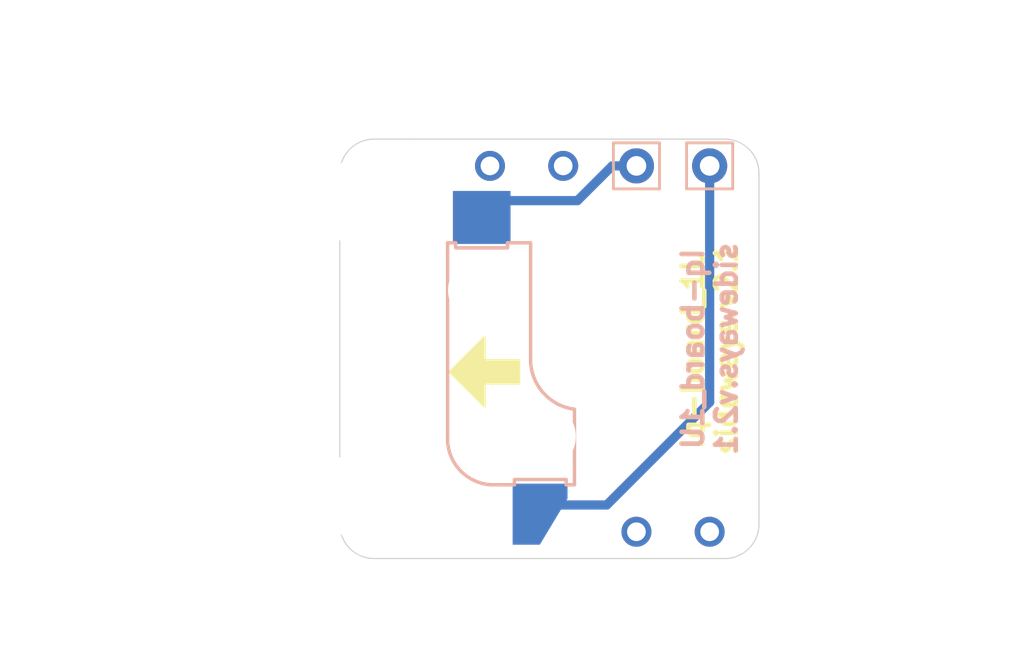
<source format=kicad_pcb>
(kicad_pcb (version 20171130) (host pcbnew "(5.1.6)-1")

  (general
    (thickness 1.6)
    (drawings 16)
    (tracks 8)
    (zones 0)
    (modules 16)
    (nets 3)
  )

  (page A4)
  (layers
    (0 F.Cu signal)
    (31 B.Cu signal)
    (32 B.Adhes user)
    (33 F.Adhes user)
    (34 B.Paste user)
    (35 F.Paste user)
    (36 B.SilkS user)
    (37 F.SilkS user)
    (38 B.Mask user)
    (39 F.Mask user)
    (40 Dwgs.User user)
    (41 Cmts.User user)
    (42 Eco1.User user)
    (43 Eco2.User user)
    (44 Edge.Cuts user)
    (45 Margin user)
    (46 B.CrtYd user)
    (47 F.CrtYd user)
    (48 B.Fab user)
    (49 F.Fab user)
  )

  (setup
    (last_trace_width 0.25)
    (user_trace_width 0.4)
    (user_trace_width 0.8)
    (trace_clearance 0.2)
    (zone_clearance 0.508)
    (zone_45_only no)
    (trace_min 0.2)
    (via_size 0.8)
    (via_drill 0.4)
    (via_min_size 0.4)
    (via_min_drill 0.3)
    (uvia_size 0.3)
    (uvia_drill 0.1)
    (uvias_allowed no)
    (uvia_min_size 0.2)
    (uvia_min_drill 0.1)
    (edge_width 0.05)
    (segment_width 0.2)
    (pcb_text_width 0.3)
    (pcb_text_size 1.5 1.5)
    (mod_edge_width 0.12)
    (mod_text_size 1 1)
    (mod_text_width 0.15)
    (pad_size 1.524 1.524)
    (pad_drill 0.762)
    (pad_to_mask_clearance 0.051)
    (solder_mask_min_width 0.25)
    (aux_axis_origin 0 0)
    (visible_elements 7FFFFFFF)
    (pcbplotparams
      (layerselection 0x010f0_ffffffff)
      (usegerberextensions true)
      (usegerberattributes false)
      (usegerberadvancedattributes false)
      (creategerberjobfile false)
      (excludeedgelayer true)
      (linewidth 0.100000)
      (plotframeref false)
      (viasonmask false)
      (mode 1)
      (useauxorigin false)
      (hpglpennumber 1)
      (hpglpenspeed 20)
      (hpglpendiameter 15.000000)
      (psnegative false)
      (psa4output false)
      (plotreference true)
      (plotvalue true)
      (plotinvisibletext false)
      (padsonsilk false)
      (subtractmaskfromsilk true)
      (outputformat 1)
      (mirror false)
      (drillshape 0)
      (scaleselection 1)
      (outputdirectory "../GERBER/v2.1/I-quamoclit-board_1U_side.v2.1"))
  )

  (net 0 "")
  (net 1 "Net-(J1-Pad2)")
  (net 2 "Net-(J1-Pad1)")

  (net_class Default "これはデフォルトのネット クラスです。"
    (clearance 0.2)
    (trace_width 0.25)
    (via_dia 0.8)
    (via_drill 0.4)
    (uvia_dia 0.3)
    (uvia_drill 0.1)
    (add_net "Net-(J1-Pad1)")
    (add_net "Net-(J1-Pad2)")
  )

  (module Ipomoea-library:Square_2mm_x_2mm_Silk (layer F.Cu) (tedit 5F6B5FC4) (tstamp 5F6BCD60)
    (at 1.5875 -7.9375)
    (fp_text reference * (at 0 0.5) (layer Dwgs.User)
      (effects (font (size 1 1) (thickness 0.15)))
    )
    (fp_text value " " (at 0 -0.5) (layer F.Fab)
      (effects (font (size 1 1) (thickness 0.15)))
    )
    (fp_line (start -1 -1) (end -1 1) (layer F.SilkS) (width 0.12))
    (fp_line (start -1 1) (end 1 1) (layer F.SilkS) (width 0.12))
    (fp_line (start 1 1) (end 1 -1) (layer F.SilkS) (width 0.12))
    (fp_line (start 1 -1) (end -1 -1) (layer F.SilkS) (width 0.12))
    (fp_line (start 1 1) (end -1 1) (layer B.SilkS) (width 0.12))
    (fp_line (start -1 -1) (end 1 -1) (layer B.SilkS) (width 0.12))
    (fp_line (start 1 -1) (end 1 1) (layer B.SilkS) (width 0.12))
    (fp_line (start -1 1) (end -1 -1) (layer B.SilkS) (width 0.12))
  )

  (module Ipomoea-library:Square_2mm_x_2mm_Silk (layer F.Cu) (tedit 5F6B5FC4) (tstamp 5F6BCD55)
    (at 4.7625 -7.9375)
    (fp_text reference * (at 0 0.5) (layer Dwgs.User)
      (effects (font (size 1 1) (thickness 0.15)))
    )
    (fp_text value " " (at 0 -0.5) (layer F.Fab)
      (effects (font (size 1 1) (thickness 0.15)))
    )
    (fp_line (start -1 -1) (end -1 1) (layer F.SilkS) (width 0.12))
    (fp_line (start -1 1) (end 1 1) (layer F.SilkS) (width 0.12))
    (fp_line (start 1 1) (end 1 -1) (layer F.SilkS) (width 0.12))
    (fp_line (start 1 -1) (end -1 -1) (layer F.SilkS) (width 0.12))
    (fp_line (start 1 1) (end -1 1) (layer B.SilkS) (width 0.12))
    (fp_line (start -1 -1) (end 1 -1) (layer B.SilkS) (width 0.12))
    (fp_line (start 1 -1) (end 1 1) (layer B.SilkS) (width 0.12))
    (fp_line (start -1 1) (end -1 -1) (layer B.SilkS) (width 0.12))
  )

  (module Ipomoea-library:HOLE_M2_SPACER (layer F.Cu) (tedit 5D0F3CB5) (tstamp 5EE0CF74)
    (at -9.525 6.35)
    (descr "Mounting Hole 2.2mm, no annular, M2")
    (tags "mounting hole 2.2mm no annular m2")
    (attr virtual)
    (fp_text reference Ref** (at 0 -3.2) (layer F.Fab)
      (effects (font (size 1 1) (thickness 0.15)))
    )
    (fp_text value Val** (at 0 3.2) (layer F.Fab)
      (effects (font (size 1 1) (thickness 0.15)))
    )
    (fp_circle (center 0 0) (end 2.2 0) (layer Cmts.User) (width 0.15))
    (fp_circle (center 0 0) (end 2.4 0) (layer F.CrtYd) (width 0.05))
    (fp_text user %R (at 0.3 0) (layer F.Fab)
      (effects (font (size 1 1) (thickness 0.15)))
    )
    (pad "" np_thru_hole circle (at 0 0) (size 4.8 4.8) (drill 4.8) (layers *.Cu *.Mask))
  )

  (module Ipomoea-library:HOLE_M2_SPACER (layer F.Cu) (tedit 5D0F3CB5) (tstamp 5EE0CF7B)
    (at -9.525 -6.35)
    (descr "Mounting Hole 2.2mm, no annular, M2")
    (tags "mounting hole 2.2mm no annular m2")
    (attr virtual)
    (fp_text reference Ref** (at 0 -3.2) (layer F.Fab)
      (effects (font (size 1 1) (thickness 0.15)))
    )
    (fp_text value Val** (at 0 3.2) (layer F.Fab)
      (effects (font (size 1 1) (thickness 0.15)))
    )
    (fp_circle (center 0 0) (end 2.2 0) (layer Cmts.User) (width 0.15))
    (fp_circle (center 0 0) (end 2.4 0) (layer F.CrtYd) (width 0.05))
    (fp_text user %R (at 0.3 0) (layer F.Fab)
      (effects (font (size 1 1) (thickness 0.15)))
    )
    (pad "" np_thru_hole circle (at 0 0) (size 4.8 4.8) (drill 4.8) (layers *.Cu *.Mask))
  )

  (module Ipomoea-library:Ipomoea-quamoclit_Base_SCREW_HOLE_2.1 (layer F.Cu) (tedit 5E36815D) (tstamp 5EE0CF93)
    (at -9.525 0)
    (fp_text reference REF** (at 0 3.175) (layer Dwgs.User)
      (effects (font (size 1 1) (thickness 0.15)))
    )
    (fp_text value Ipomoea-quamoclit_Base_SCREW_HOLE_2.1 (at 0 -3.175) (layer F.Fab)
      (effects (font (size 1 1) (thickness 0.15)))
    )
    (pad "" np_thru_hole circle (at 0 0) (size 2.1 2.1) (drill 2.1) (layers *.Cu *.Mask))
  )

  (module Ipomoea-library:Ipomoea-quamoclit_Board_1U_SPACER (layer F.Cu) (tedit 5EDF85D1) (tstamp 5EE13208)
    (at 0 0)
    (fp_text reference REF** (at 6.35 12.7) (layer Dwgs.User)
      (effects (font (size 1 1) (thickness 0.15)))
    )
    (fp_text value Ipomoea-quamoclit_Board_1U_SPACER (at 0 -14.2875) (layer F.Fab)
      (effects (font (size 1 1) (thickness 0.15)))
    )
    (fp_circle (center -9.525 9.525) (end -8.025 9.525) (layer Eco1.User) (width 0.01))
    (fp_circle (center 0 9.525) (end 1.5 9.525) (layer Eco1.User) (width 0.01))
    (fp_circle (center 0 9.525) (end 2 9.525) (layer Eco1.User) (width 0.01))
    (fp_circle (center -9.525 0) (end -8.025 0) (layer Eco1.User) (width 0.01))
    (fp_circle (center -9.525 0) (end -7.125 0) (layer Eco1.User) (width 0.01))
    (fp_circle (center 9.525 -9.525) (end 11.025 -9.525) (layer Eco1.User) (width 0.01))
    (fp_circle (center -9.525 -9.525) (end -8.025 -9.525) (layer Eco1.User) (width 0.01))
    (fp_circle (center -9.525 -9.525) (end -7.525 -9.525) (layer Eco1.User) (width 0.01))
    (fp_circle (center -9.525 9.525) (end -7.525 9.525) (layer Eco1.User) (width 0.01))
    (fp_circle (center -9.525 -6.35) (end -7.125 -6.35) (layer Eco1.User) (width 0.01))
    (fp_circle (center 9.525 9.525) (end 11.025 9.525) (layer Eco1.User) (width 0.01))
    (fp_circle (center 9.525 0) (end 11.025 0) (layer Eco1.User) (width 0.01))
    (fp_circle (center -9.525 0) (end -7.525 0) (layer Eco1.User) (width 0.01))
    (fp_circle (center 0 9.525) (end 2.4 9.525) (layer Eco1.User) (width 0.01))
    (fp_circle (center -9.525 6.35) (end -7.125 6.35) (layer Eco1.User) (width 0.01))
    (fp_circle (center 0 -9.525) (end 1.5 -9.525) (layer Eco1.User) (width 0.01))
    (fp_circle (center -9.525 -6.35) (end -7.525 -6.35) (layer Eco1.User) (width 0.01))
    (fp_circle (center -9.525 6.35) (end -7.525 6.35) (layer Eco1.User) (width 0.01))
    (fp_circle (center -9.525 -3.175) (end -7.525 -3.175) (layer Eco1.User) (width 0.01))
    (fp_circle (center 9.525 -3.175) (end 11.525 -3.175) (layer Eco1.User) (width 0.01))
    (fp_circle (center 9.525 9.525) (end 11.525 9.525) (layer Eco1.User) (width 0.01))
    (fp_circle (center 9.525 9.525) (end 11.925 9.525) (layer Eco1.User) (width 0.01))
    (fp_circle (center 9.525 0) (end 11.525 0) (layer Eco1.User) (width 0.01))
    (fp_circle (center 9.525 0) (end 11.925 0) (layer Eco1.User) (width 0.01))
    (fp_circle (center 9.525 -9.525) (end 11.525 -9.525) (layer Eco1.User) (width 0.01))
    (fp_circle (center 9.525 -6.35) (end 11.525 -6.35) (layer Eco1.User) (width 0.01))
    (fp_circle (center 9.525 -9.525) (end 11.925 -9.525) (layer Eco1.User) (width 0.01))
    (fp_circle (center 0 -9.525) (end 2 -9.525) (layer Eco1.User) (width 0.01))
    (fp_circle (center 0 -9.525) (end 2.4 -9.525) (layer Eco1.User) (width 0.01))
    (fp_circle (center 9.525 3.175) (end 11.525 3.175) (layer Eco1.User) (width 0.01))
    (fp_circle (center 9.525 6.35) (end 11.525 6.35) (layer Eco1.User) (width 0.01))
    (fp_circle (center 3.175 9.525) (end 3.175 7.525) (layer Eco1.User) (width 0.01))
    (fp_circle (center 3.175 -9.525) (end 3.175 -11.525) (layer Eco1.User) (width 0.01))
    (fp_circle (center -9.525 3.175) (end -7.525 3.175) (layer Eco1.User) (width 0.01))
    (fp_circle (center -3.175 -9.525) (end -3.175 -11.525) (layer Eco1.User) (width 0.01))
    (fp_circle (center -6.35 9.525) (end -6.35 7.525) (layer Eco1.User) (width 0.01))
    (fp_circle (center -6.35 -9.525) (end -6.35 -11.525) (layer Eco1.User) (width 0.01))
    (fp_circle (center 6.35 -9.525) (end 6.35 -11.525) (layer Eco1.User) (width 0.01))
    (fp_circle (center -3.175 9.525) (end -3.175 7.525) (layer Eco1.User) (width 0.01))
    (fp_circle (center 6.35 9.525) (end 6.35 7.525) (layer Eco1.User) (width 0.01))
  )

  (module Ipomoea-library:Square_2mm_x_2mm (layer F.Cu) (tedit 5F026991) (tstamp 5EFA4BA5)
    (at 1.5875 7.9375)
    (fp_text reference * (at 0 0.5) (layer Dwgs.User)
      (effects (font (size 1 1) (thickness 0.15)))
    )
    (fp_text value " " (at 0 -0.5) (layer F.Fab)
      (effects (font (size 1 1) (thickness 0.15)))
    )
    (fp_line (start 1 -1) (end -1 -1) (layer Dwgs.User) (width 0.12))
    (fp_line (start 1 1) (end 1 -1) (layer Dwgs.User) (width 0.12))
    (fp_line (start -1 1) (end 1 1) (layer Dwgs.User) (width 0.12))
    (fp_line (start -1 -1) (end -1 1) (layer Dwgs.User) (width 0.12))
  )

  (module Ipomoea-library:Square_2mm_x_2mm (layer F.Cu) (tedit 5F026991) (tstamp 5EFA4BB3)
    (at 4.7625 7.9375)
    (fp_text reference * (at 0 0.5) (layer Dwgs.User)
      (effects (font (size 1 1) (thickness 0.15)))
    )
    (fp_text value " " (at 0 -0.5) (layer F.Fab)
      (effects (font (size 1 1) (thickness 0.15)))
    )
    (fp_line (start 1 -1) (end -1 -1) (layer Dwgs.User) (width 0.12))
    (fp_line (start 1 1) (end 1 -1) (layer Dwgs.User) (width 0.12))
    (fp_line (start -1 1) (end 1 1) (layer Dwgs.User) (width 0.12))
    (fp_line (start -1 -1) (end -1 1) (layer Dwgs.User) (width 0.12))
  )

  (module Ipomoea-library:Square_2mm_x_2mm (layer F.Cu) (tedit 5F026991) (tstamp 5EFA4BC1)
    (at -4.7625 -7.9375)
    (fp_text reference * (at 0 0.5) (layer Dwgs.User)
      (effects (font (size 1 1) (thickness 0.15)))
    )
    (fp_text value " " (at 0 -0.5) (layer F.Fab)
      (effects (font (size 1 1) (thickness 0.15)))
    )
    (fp_line (start 1 -1) (end -1 -1) (layer Dwgs.User) (width 0.12))
    (fp_line (start 1 1) (end 1 -1) (layer Dwgs.User) (width 0.12))
    (fp_line (start -1 1) (end 1 1) (layer Dwgs.User) (width 0.12))
    (fp_line (start -1 -1) (end -1 1) (layer Dwgs.User) (width 0.12))
  )

  (module Ipomoea-library:Square_2mm_x_2mm (layer F.Cu) (tedit 5F026991) (tstamp 5EFA4BCF)
    (at -1.5875 -7.9375)
    (fp_text reference * (at 0 0.5) (layer Dwgs.User)
      (effects (font (size 1 1) (thickness 0.15)))
    )
    (fp_text value " " (at 0 -0.5) (layer F.Fab)
      (effects (font (size 1 1) (thickness 0.15)))
    )
    (fp_line (start 1 -1) (end -1 -1) (layer Dwgs.User) (width 0.12))
    (fp_line (start 1 1) (end 1 -1) (layer Dwgs.User) (width 0.12))
    (fp_line (start -1 1) (end 1 1) (layer Dwgs.User) (width 0.12))
    (fp_line (start -1 -1) (end -1 1) (layer Dwgs.User) (width 0.12))
  )

  (module Ipomoea-library:Ipomoea-quamoclit_Board_1U_TH_1 (layer F.Cu) (tedit 5EFB45B4) (tstamp 5EE0CF8B)
    (at -4.7625 -7.9375)
    (fp_text reference REF** (at 0 1.5875) (layer Dwgs.User)
      (effects (font (size 1 1) (thickness 0.15)))
    )
    (fp_text value Ipomoea-quamoclit_Board_1U_TH_1 (at 0 -1.5875) (layer F.Fab)
      (effects (font (size 1 1) (thickness 0.15)))
    )
    (pad "" thru_hole circle (at 0 0 180) (size 1.3 1.3) (drill 0.81) (layers *.Cu *.Mask))
  )

  (module Ipomoea-library:Ipomoea-quamoclit_Board_1U_TH_1 (layer F.Cu) (tedit 5EFB45B4) (tstamp 5EE0CF8F)
    (at 4.7625 7.9375)
    (fp_text reference REF** (at 0 1.5875) (layer Dwgs.User)
      (effects (font (size 1 1) (thickness 0.15)))
    )
    (fp_text value Ipomoea-quamoclit_Board_1U_TH_1 (at 0 -1.5875) (layer F.Fab)
      (effects (font (size 1 1) (thickness 0.15)))
    )
    (pad "" thru_hole circle (at 0 0 180) (size 1.3 1.3) (drill 0.81) (layers *.Cu *.Mask))
  )

  (module Ipomoea-library:Ipomoea-quamoclit_Board_1U_TH_1 (layer F.Cu) (tedit 5EFB45B4) (tstamp 5EF9EDD4)
    (at 1.5875 7.9375)
    (fp_text reference REF** (at 0 1.5875) (layer Dwgs.User)
      (effects (font (size 1 1) (thickness 0.15)))
    )
    (fp_text value Ipomoea-quamoclit_Board_1U_TH_1 (at 0 -1.5875) (layer F.Fab)
      (effects (font (size 1 1) (thickness 0.15)))
    )
    (pad "" thru_hole circle (at 0 0 180) (size 1.3 1.3) (drill 0.81) (layers *.Cu *.Mask))
  )

  (module Ipomoea-library:Ipomoea-quamoclit_Board_1U_TH_1 (layer F.Cu) (tedit 5EFB45B4) (tstamp 5EF9EDDC)
    (at -1.5875 -7.9375)
    (fp_text reference REF** (at 0 1.5875) (layer Dwgs.User)
      (effects (font (size 1 1) (thickness 0.15)))
    )
    (fp_text value Ipomoea-quamoclit_Board_1U_TH_1 (at 0 -1.5875) (layer F.Fab)
      (effects (font (size 1 1) (thickness 0.15)))
    )
    (pad "" thru_hole circle (at 0 0 180) (size 1.3 1.3) (drill 0.81) (layers *.Cu *.Mask))
  )

  (module Ipomoea-library:Ipomoea-quamoclit_Board_1U_TH_2 (layer F.Cu) (tedit 5EDCF8BE) (tstamp 5EFD279C)
    (at 3.175 -7.9375 180)
    (path /5EFD231E)
    (fp_text reference J1 (at 0 1.5875) (layer Dwgs.User)
      (effects (font (size 1 1) (thickness 0.15)))
    )
    (fp_text value Conn_01x02 (at 0 -1.5875) (layer F.Fab)
      (effects (font (size 1 1) (thickness 0.15)))
    )
    (pad 1 thru_hole circle (at -1.5875 0) (size 1.524 1.524) (drill 0.85) (layers *.Cu *.Mask)
      (net 2 "Net-(J1-Pad1)"))
    (pad 2 thru_hole circle (at 1.5875 0) (size 1.524 1.524) (drill 0.85) (layers *.Cu *.Mask)
      (net 1 "Net-(J1-Pad2)"))
  )

  (module Ipomoea-library:Ipomoea-quamoclit_Board_1U_CherryMX_Hotswap (layer F.Cu) (tedit 5F6C375D) (tstamp 5EFD27C5)
    (at 0 0 90)
    (path /5E3E4EEB)
    (fp_text reference SW1 (at 7.1 8.2 90) (layer F.SilkS) hide
      (effects (font (size 1 1) (thickness 0.15)))
    )
    (fp_text value SW_PUSH (at -4.8 8.3 90) (layer F.Fab) hide
      (effects (font (size 1 1) (thickness 0.15)))
    )
    (fp_poly (pts (xy 6.85 -4.12) (xy 4.55 -4.12) (xy 4.55 -6.12) (xy 6.85 -6.12)) (layer Dwgs.User) (width 0))
    (fp_poly (pts (xy -5.85 -1.58) (xy -8.15 -1.58) (xy -8.15 -3.58) (xy -5.85 -3.58)) (layer Dwgs.User) (width 0))
    (fp_line (start 4.6 -6.6) (end -3.800001 -6.6) (layer B.SilkS) (width 0.15))
    (fp_line (start -5.9 -3.7) (end -5.7 -3.7) (layer B.SilkS) (width 0.15))
    (fp_line (start -5.7 -1.46) (end -5.9 -1.46) (layer B.SilkS) (width 0.15))
    (fp_line (start 4.6 -4) (end 4.4 -4) (layer B.SilkS) (width 0.15))
    (fp_line (start -0.4 -3) (end 4.6 -3) (layer B.SilkS) (width 0.15))
    (fp_line (start 4.4 -6.25) (end 4.6 -6.25) (layer B.SilkS) (width 0.15))
    (fp_line (start -5.9 -1.1) (end -2.62 -1.1) (layer B.SilkS) (width 0.15))
    (fp_line (start 4.6 -3) (end 4.6 -4) (layer B.SilkS) (width 0.15))
    (fp_line (start 4.6 -6.25) (end 4.6 -6.6) (layer B.SilkS) (width 0.15))
    (fp_line (start -5.9 -4.7) (end -5.9 -3.7) (layer B.SilkS) (width 0.15))
    (fp_line (start 4.38 -4) (end 4.38 -6.25) (layer B.SilkS) (width 0.15))
    (fp_line (start -5.67 -3.7) (end -5.67 -1.46) (layer B.SilkS) (width 0.15))
    (fp_line (start -5.9 -1.1) (end -5.9 -1.46) (layer B.SilkS) (width 0.15))
    (fp_poly (pts (xy 0.5 -5) (xy -0.5 -5) (xy -0.5 -3.5) (xy -1.5 -3.5)
      (xy -1.5 -5) (xy -2.5 -5) (xy -1 -6.5)) (layer F.SilkS) (width 0.1))
    (fp_line (start -7 7) (end -6 7) (layer Dwgs.User) (width 0.15))
    (fp_line (start 7 -7) (end 7 -6) (layer Dwgs.User) (width 0.15))
    (fp_line (start -7 -7) (end -6 -7) (layer Dwgs.User) (width 0.15))
    (fp_line (start 7 7) (end 7 6) (layer Dwgs.User) (width 0.15))
    (fp_line (start 6 7) (end 7 7) (layer Dwgs.User) (width 0.15))
    (fp_line (start -7 6) (end -7 7) (layer Dwgs.User) (width 0.15))
    (fp_line (start 7 -7) (end 6 -7) (layer Dwgs.User) (width 0.15))
    (fp_line (start -7 -6) (end -7 -7) (layer Dwgs.User) (width 0.15))
    (fp_line (start -9.525 9.525) (end -9.525 -9.525) (layer Dwgs.User) (width 0.15))
    (fp_line (start 9.525 9.525) (end -9.525 9.525) (layer Dwgs.User) (width 0.15))
    (fp_line (start 9.525 -9.525) (end 9.525 9.525) (layer Dwgs.User) (width 0.15))
    (fp_line (start -9.525 -9.525) (end 9.525 -9.525) (layer Dwgs.User) (width 0.15))
    (fp_arc (start -0.465 -0.83) (end -0.4 -3) (angle -84) (layer B.SilkS) (width 0.15))
    (fp_arc (start -3.9 -4.6) (end -3.800001 -6.6) (angle -90) (layer B.SilkS) (width 0.15))
    (pad "" np_thru_hole circle (at 0 0 180) (size 4.1 4.1) (drill 4.1) (layers *.Cu *.Mask))
    (pad "" np_thru_hole circle (at 5.08 0 90) (size 1.9 1.9) (drill 1.9) (layers *.Cu *.Mask))
    (pad "" np_thru_hole circle (at -5.08 0 90) (size 1.9 1.9) (drill 1.9) (layers *.Cu *.Mask))
    (pad 1 smd custom (at -7 -2.7 90) (size 1.524 1.524) (layers B.Cu B.Paste B.Mask)
      (net 2 "Net-(J1-Pad1)") (zone_connect 0)
      (options (clearance outline) (anchor circle))
      (primitives
        (gr_poly (pts
           (xy 1.15 1.3) (xy 0.5 1.3) (xy -1.5 0.1) (xy -1.5 -1.08) (xy 1.15 -1.08)
) (width 0))
      ))
    (pad "" np_thru_hole circle (at 2.54 -5.08 270) (size 3 3) (drill 3) (layers *.Cu *.Mask))
    (pad 2 smd rect (at 5.7 -5.12 270) (size 2.3 2.5) (layers B.Cu B.Paste B.Mask)
      (net 1 "Net-(J1-Pad2)"))
    (pad "" np_thru_hole circle (at -3.81 -2.54 270) (size 3 3) (drill 3) (layers *.Cu *.Mask))
  )

  (gr_arc (start -9.7875 -7.6125) (end -9.7875 -9.1) (angle -90) (layer Edge.Cuts) (width 0.05) (tstamp 5F6C41A0))
  (gr_arc (start -9.7875 7.6125) (end -11.275 7.6125) (angle -90) (layer Edge.Cuts) (width 0.05) (tstamp 5F6C419F))
  (gr_line (start -9.7875 9.1) (end -8.0375 9.1) (layer Edge.Cuts) (width 0.05) (tstamp 5F6B673E))
  (gr_line (start -8.0375 -9.1) (end -9.7875 -9.1) (layer Edge.Cuts) (width 0.05) (tstamp 5F6B673D))
  (gr_line (start -11.275 -7.6125) (end -11.275 7.6125) (layer Edge.Cuts) (width 0.05) (tstamp 5F6BCD6B))
  (gr_text "Iq-board_1U\nsideways.v2.1" (at 4.7625 0 90) (layer B.SilkS) (tstamp 5F01CF18)
    (effects (font (size 0.9 0.9) (thickness 0.2)) (justify mirror))
  )
  (gr_text "Iq-board_1U\nsideways.v2.1" (at 4.7625 0 90) (layer F.SilkS) (tstamp 5F01CF17)
    (effects (font (size 0.9 0.9) (thickness 0.2)))
  )
  (gr_line (start 6.9 7.1) (end 6.9 -7.1) (layer Edge.Cuts) (width 0.05) (tstamp 5EFC9DF7))
  (gr_line (start -8.0375 -9.1) (end 5.4125 -9.1) (layer Edge.Cuts) (width 0.05) (tstamp 5EFC9DF6))
  (gr_line (start 6.9 -7.6125) (end 6.9 -7.1) (layer Edge.Cuts) (width 0.05) (tstamp 5EFC9DF5))
  (gr_line (start -8.0375 9.1) (end 5.4125 9.1) (layer Edge.Cuts) (width 0.05) (tstamp 5EFC9DF3))
  (gr_line (start 6.9 7.1) (end 6.9 7.6125) (layer Edge.Cuts) (width 0.05) (tstamp 5EFC9DF1))
  (gr_arc (start 5.4125 7.6125) (end 5.4125 9.1) (angle -90) (layer Edge.Cuts) (width 0.05) (tstamp 5EFC9DF0))
  (gr_arc (start 5.4125 -7.6125) (end 6.9 -7.6125) (angle -90) (layer Edge.Cuts) (width 0.05) (tstamp 5EFC9DEF))
  (gr_circle (center -9.525 0) (end -7.2 0) (layer Dwgs.User) (width 0.1) (tstamp 5EFC8533))
  (gr_circle (center -9.525 0) (end -7.775 0) (layer B.Fab) (width 0.15) (tstamp 5EE0CF72))

  (segment (start -0.969999 -6.430001) (end 0.5375 -7.9375) (width 0.4) (layer B.Cu) (net 1))
  (segment (start -5.12 -5.7) (end -4.389999 -6.430001) (width 0.4) (layer B.Cu) (net 1))
  (segment (start 0.5375 -7.9375) (end 1.5875 -7.9375) (width 0.4) (layer B.Cu) (net 1))
  (segment (start -4.389999 -6.430001) (end -0.969999 -6.430001) (width 0.4) (layer B.Cu) (net 1))
  (segment (start 0.302503 6.775499) (end 4.7625 2.315502) (width 0.4) (layer B.Cu) (net 2))
  (segment (start 4.7625 2.315502) (end 4.7625 -7.9375) (width 0.4) (layer B.Cu) (net 2))
  (segment (start -2.475499 6.775499) (end 0.302503 6.775499) (width 0.4) (layer B.Cu) (net 2))
  (segment (start -2.7 7) (end -2.475499 6.775499) (width 0.4) (layer B.Cu) (net 2))

)

</source>
